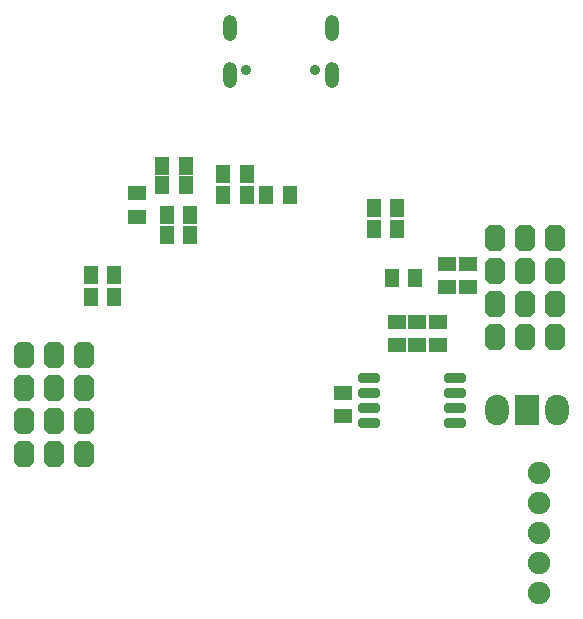
<source format=gbs>
G04*
G04 #@! TF.GenerationSoftware,Altium Limited,Altium Designer,19.0.15 (446)*
G04*
G04 Layer_Color=16711935*
%FSLAX23Y23*%
%MOIN*%
G70*
G01*
G75*
%ADD59R,0.045X0.059*%
%ADD61R,0.059X0.045*%
%ADD88O,0.047X0.087*%
%ADD89C,0.036*%
%ADD90C,0.075*%
%ADD91O,0.079X0.102*%
%ADD92R,0.079X0.102*%
G04:AMPARAMS|DCode=93|XSize=88mil|YSize=68mil|CornerRadius=0mil|HoleSize=0mil|Usage=FLASHONLY|Rotation=90.000|XOffset=0mil|YOffset=0mil|HoleType=Round|Shape=Octagon|*
%AMOCTAGOND93*
4,1,8,0.017,0.044,-0.017,0.044,-0.034,0.027,-0.034,-0.027,-0.017,-0.044,0.017,-0.044,0.034,-0.027,0.034,0.027,0.017,0.044,0.0*
%
%ADD93OCTAGOND93*%

G04:AMPARAMS|DCode=107|XSize=75mil|YSize=32mil|CornerRadius=7mil|HoleSize=0mil|Usage=FLASHONLY|Rotation=0.000|XOffset=0mil|YOffset=0mil|HoleType=Round|Shape=RoundedRectangle|*
%AMROUNDEDRECTD107*
21,1,0.075,0.018,0,0,0.0*
21,1,0.061,0.032,0,0,0.0*
1,1,0.014,0.030,-0.009*
1,1,0.014,-0.030,-0.009*
1,1,0.014,-0.030,0.009*
1,1,0.014,0.030,0.009*
%
%ADD107ROUNDEDRECTD107*%
D59*
X1276Y1418D02*
D03*
X1354Y1418D02*
D03*
X1294Y1580D02*
D03*
X1216Y1580D02*
D03*
X857Y1695D02*
D03*
X936Y1695D02*
D03*
X714Y1765D02*
D03*
X793Y1765D02*
D03*
X526Y1561D02*
D03*
X604Y1561D02*
D03*
X526Y1626D02*
D03*
X604Y1626D02*
D03*
X589Y1726D02*
D03*
X511D02*
D03*
X589Y1790D02*
D03*
X511D02*
D03*
X272Y1355D02*
D03*
X350D02*
D03*
X272Y1426D02*
D03*
X350D02*
D03*
X1294Y1650D02*
D03*
X1216Y1650D02*
D03*
X793Y1695D02*
D03*
X714Y1695D02*
D03*
D61*
X1113Y1034D02*
D03*
X1113Y956D02*
D03*
X1294Y1193D02*
D03*
X1294Y1272D02*
D03*
X1359Y1193D02*
D03*
X1359Y1272D02*
D03*
X1429Y1193D02*
D03*
X1429Y1272D02*
D03*
X1461Y1464D02*
D03*
X1461Y1386D02*
D03*
X1531Y1464D02*
D03*
X1531Y1386D02*
D03*
X425Y1701D02*
D03*
X425Y1622D02*
D03*
D88*
X735Y2095D02*
D03*
X735Y2251D02*
D03*
X1075Y2251D02*
D03*
X1075Y2095D02*
D03*
D89*
X1019Y2110D02*
D03*
X790Y2110D02*
D03*
D90*
X1767Y467D02*
D03*
Y367D02*
D03*
Y567D02*
D03*
Y667D02*
D03*
Y767D02*
D03*
D91*
X1627Y977D02*
D03*
X1827D02*
D03*
D92*
X1727D02*
D03*
D93*
X1620Y1440D02*
D03*
X1720D02*
D03*
X1820D02*
D03*
X1620Y1550D02*
D03*
X1720D02*
D03*
X1820D02*
D03*
X1620Y1220D02*
D03*
X1720D02*
D03*
X1820D02*
D03*
X1620Y1330D02*
D03*
X1720D02*
D03*
X1820D02*
D03*
X250Y830D02*
D03*
X150D02*
D03*
X50D02*
D03*
X250Y940D02*
D03*
X150D02*
D03*
X50D02*
D03*
X250Y1050D02*
D03*
X150D02*
D03*
X50D02*
D03*
X250Y1160D02*
D03*
X150D02*
D03*
X50D02*
D03*
D107*
X1200Y935D02*
D03*
Y985D02*
D03*
Y1035D02*
D03*
Y1085D02*
D03*
X1487D02*
D03*
Y1035D02*
D03*
Y985D02*
D03*
Y935D02*
D03*
M02*

</source>
